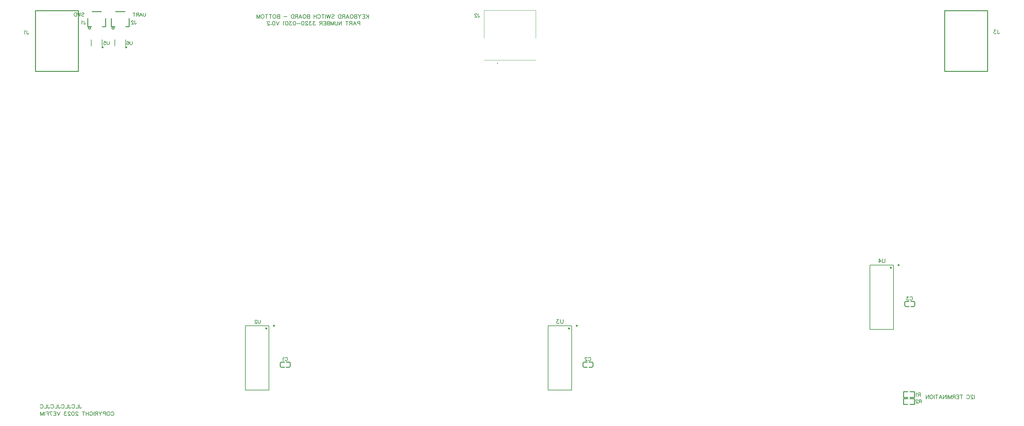
<source format=gbo>
G04 Layer: BottomSilkscreenLayer*
G04 EasyEDA v6.5.34, 2023-08-13 23:18:08*
G04 4af7dcaf46fa4c71bde35255d9dd92c6,5a6b42c53f6a479593ecc07194224c93,10*
G04 Gerber Generator version 0.2*
G04 Scale: 100 percent, Rotated: No, Reflected: No *
G04 Dimensions in millimeters *
G04 leading zeros omitted , absolute positions ,4 integer and 5 decimal *
%FSLAX45Y45*%
%MOMM*%

%ADD10C,0.1520*%
%ADD11C,0.1524*%
%ADD12C,0.1001*%
%ADD13C,0.2540*%
%ADD14C,0.1999*%
%ADD15C,0.3000*%
%ADD16C,0.0174*%

%LPD*%
D10*
X1738744Y407438D02*
G01*
X1738744Y324312D01*
X1743941Y308724D01*
X1749135Y303529D01*
X1759526Y298335D01*
X1769917Y298335D01*
X1780308Y303529D01*
X1785505Y308724D01*
X1790700Y324312D01*
X1790700Y334703D01*
X1704454Y407438D02*
G01*
X1704454Y298335D01*
X1704454Y298335D02*
G01*
X1642110Y298335D01*
X1529887Y381462D02*
G01*
X1535084Y391853D01*
X1545475Y402244D01*
X1555864Y407438D01*
X1576646Y407438D01*
X1587037Y402244D01*
X1597428Y391853D01*
X1602625Y381462D01*
X1607820Y365874D01*
X1607820Y339897D01*
X1602625Y324312D01*
X1597428Y313921D01*
X1587037Y303529D01*
X1576646Y298335D01*
X1555864Y298335D01*
X1545475Y303529D01*
X1535084Y313921D01*
X1529887Y324312D01*
X1443644Y407438D02*
G01*
X1443644Y324312D01*
X1448838Y308724D01*
X1454035Y303529D01*
X1464424Y298335D01*
X1474815Y298335D01*
X1485206Y303529D01*
X1490403Y308724D01*
X1495597Y324312D01*
X1495597Y334703D01*
X1409354Y407438D02*
G01*
X1409354Y298335D01*
X1409354Y298335D02*
G01*
X1347007Y298335D01*
X1234785Y381462D02*
G01*
X1239982Y391853D01*
X1250373Y402244D01*
X1260764Y407438D01*
X1281544Y407438D01*
X1291935Y402244D01*
X1302326Y391853D01*
X1307523Y381462D01*
X1312717Y365874D01*
X1312717Y339897D01*
X1307523Y324312D01*
X1302326Y313921D01*
X1291935Y303529D01*
X1281544Y298335D01*
X1260764Y298335D01*
X1250373Y303529D01*
X1239982Y313921D01*
X1234785Y324312D01*
X1148542Y407438D02*
G01*
X1148542Y324312D01*
X1153736Y308724D01*
X1158933Y303529D01*
X1169324Y298335D01*
X1179715Y298335D01*
X1190104Y303529D01*
X1195301Y308724D01*
X1200495Y324312D01*
X1200495Y334703D01*
X1114252Y407438D02*
G01*
X1114252Y298335D01*
X1114252Y298335D02*
G01*
X1051905Y298335D01*
X939685Y381462D02*
G01*
X944879Y391853D01*
X955271Y402244D01*
X965662Y407438D01*
X986444Y407438D01*
X996835Y402244D01*
X1007224Y391853D01*
X1012421Y381462D01*
X1017615Y365874D01*
X1017615Y339897D01*
X1012421Y324312D01*
X1007224Y313921D01*
X996835Y303529D01*
X986444Y298335D01*
X965662Y298335D01*
X955271Y303529D01*
X944879Y313921D01*
X939685Y324312D01*
X853439Y407438D02*
G01*
X853439Y324312D01*
X858634Y308724D01*
X863831Y303529D01*
X874222Y298335D01*
X884613Y298335D01*
X895004Y303529D01*
X900198Y308724D01*
X905395Y324312D01*
X905395Y334703D01*
X819150Y407438D02*
G01*
X819150Y298335D01*
X819150Y298335D02*
G01*
X756805Y298335D01*
X644583Y381462D02*
G01*
X649777Y391853D01*
X660168Y402244D01*
X670560Y407438D01*
X691342Y407438D01*
X701733Y402244D01*
X712124Y391853D01*
X717318Y381462D01*
X722515Y365874D01*
X722515Y339897D01*
X717318Y324312D01*
X712124Y313921D01*
X701733Y303529D01*
X691342Y298335D01*
X670560Y298335D01*
X660168Y303529D01*
X649777Y313921D01*
X644583Y324312D01*
D11*
X2627167Y178262D02*
G01*
X2632364Y188653D01*
X2642755Y199044D01*
X2653144Y204238D01*
X2673926Y204238D01*
X2684317Y199044D01*
X2694708Y188653D01*
X2699905Y178262D01*
X2705100Y162674D01*
X2705100Y136697D01*
X2699905Y121112D01*
X2694708Y110721D01*
X2684317Y100329D01*
X2673926Y95135D01*
X2653144Y95135D01*
X2642755Y100329D01*
X2632364Y110721D01*
X2627167Y121112D01*
X2561704Y204238D02*
G01*
X2572095Y199044D01*
X2582486Y188653D01*
X2587683Y178262D01*
X2592877Y162674D01*
X2592877Y136697D01*
X2587683Y121112D01*
X2582486Y110721D01*
X2572095Y100329D01*
X2561704Y95135D01*
X2540924Y95135D01*
X2530533Y100329D01*
X2520142Y110721D01*
X2514945Y121112D01*
X2509751Y136697D01*
X2509751Y162674D01*
X2514945Y178262D01*
X2520142Y188653D01*
X2530533Y199044D01*
X2540924Y204238D01*
X2561704Y204238D01*
X2475461Y204238D02*
G01*
X2475461Y95135D01*
X2475461Y204238D02*
G01*
X2428702Y204238D01*
X2413114Y199044D01*
X2407920Y193847D01*
X2402725Y183456D01*
X2402725Y167871D01*
X2407920Y157479D01*
X2413114Y152285D01*
X2428702Y147088D01*
X2475461Y147088D01*
X2368435Y204238D02*
G01*
X2326871Y152285D01*
X2326871Y95135D01*
X2285306Y204238D02*
G01*
X2326871Y152285D01*
X2251016Y204238D02*
G01*
X2251016Y95135D01*
X2251016Y204238D02*
G01*
X2204257Y204238D01*
X2188672Y199044D01*
X2183475Y193847D01*
X2178281Y183456D01*
X2178281Y173065D01*
X2183475Y162674D01*
X2188672Y157479D01*
X2204257Y152285D01*
X2251016Y152285D01*
X2214648Y152285D02*
G01*
X2178281Y95135D01*
X2143991Y204238D02*
G01*
X2143991Y95135D01*
X2031768Y178262D02*
G01*
X2036965Y188653D01*
X2047354Y199044D01*
X2057745Y204238D01*
X2078527Y204238D01*
X2088918Y199044D01*
X2099309Y188653D01*
X2104504Y178262D01*
X2109701Y162674D01*
X2109701Y136697D01*
X2104504Y121112D01*
X2099309Y110721D01*
X2088918Y100329D01*
X2078527Y95135D01*
X2057745Y95135D01*
X2047354Y100329D01*
X2036965Y110721D01*
X2031768Y121112D01*
X2031768Y136697D01*
X2057745Y136697D02*
G01*
X2031768Y136697D01*
X1997478Y204238D02*
G01*
X1997478Y95135D01*
X1924743Y204238D02*
G01*
X1924743Y95135D01*
X1997478Y152285D02*
G01*
X1924743Y152285D01*
X1854085Y204238D02*
G01*
X1854085Y95135D01*
X1890453Y204238D02*
G01*
X1817715Y204238D01*
X1698221Y178262D02*
G01*
X1698221Y183456D01*
X1693024Y193847D01*
X1687829Y199044D01*
X1677438Y204238D01*
X1656656Y204238D01*
X1646265Y199044D01*
X1641071Y193847D01*
X1635874Y183456D01*
X1635874Y173065D01*
X1641071Y162674D01*
X1651462Y147088D01*
X1703415Y95135D01*
X1630679Y95135D01*
X1565216Y204238D02*
G01*
X1580804Y199044D01*
X1591195Y183456D01*
X1596389Y157479D01*
X1596389Y141894D01*
X1591195Y115915D01*
X1580804Y100329D01*
X1565216Y95135D01*
X1554825Y95135D01*
X1539239Y100329D01*
X1528848Y115915D01*
X1523654Y141894D01*
X1523654Y157479D01*
X1528848Y183456D01*
X1539239Y199044D01*
X1554825Y204238D01*
X1565216Y204238D01*
X1484167Y178262D02*
G01*
X1484167Y183456D01*
X1478973Y193847D01*
X1473776Y199044D01*
X1463385Y204238D01*
X1442605Y204238D01*
X1432214Y199044D01*
X1427017Y193847D01*
X1421823Y183456D01*
X1421823Y173065D01*
X1427017Y162674D01*
X1437408Y147088D01*
X1489364Y95135D01*
X1416626Y95135D01*
X1371945Y204238D02*
G01*
X1314795Y204238D01*
X1345968Y162674D01*
X1330383Y162674D01*
X1319992Y157479D01*
X1314795Y152285D01*
X1309601Y136697D01*
X1309601Y126306D01*
X1314795Y110721D01*
X1325186Y100329D01*
X1340774Y95135D01*
X1356360Y95135D01*
X1371945Y100329D01*
X1377142Y105524D01*
X1382336Y115915D01*
X1195301Y204238D02*
G01*
X1153736Y95135D01*
X1112174Y204238D02*
G01*
X1153736Y95135D01*
X1077884Y204238D02*
G01*
X1077884Y95135D01*
X1077884Y204238D02*
G01*
X1010343Y204238D01*
X1077884Y152285D02*
G01*
X1036320Y152285D01*
X1077884Y95135D02*
G01*
X1010343Y95135D01*
X903315Y204238D02*
G01*
X955271Y95135D01*
X976053Y204238D02*
G01*
X903315Y204238D01*
X869025Y204238D02*
G01*
X869025Y95135D01*
X869025Y204238D02*
G01*
X801484Y204238D01*
X869025Y152285D02*
G01*
X827463Y152285D01*
X767194Y204238D02*
G01*
X767194Y95135D01*
X732904Y204238D02*
G01*
X732904Y95135D01*
X732904Y204238D02*
G01*
X691342Y95135D01*
X649777Y204238D02*
G01*
X691342Y95135D01*
X649777Y204238D02*
G01*
X649777Y95135D01*
X9842500Y11342138D02*
G01*
X9842500Y11233035D01*
X9769764Y11342138D02*
G01*
X9842500Y11269403D01*
X9816523Y11295379D02*
G01*
X9769764Y11233035D01*
X9735474Y11342138D02*
G01*
X9735474Y11233035D01*
X9735474Y11342138D02*
G01*
X9667933Y11342138D01*
X9735474Y11290185D02*
G01*
X9693909Y11290185D01*
X9735474Y11233035D02*
G01*
X9667933Y11233035D01*
X9633643Y11342138D02*
G01*
X9592078Y11290185D01*
X9592078Y11233035D01*
X9550514Y11342138D02*
G01*
X9592078Y11290185D01*
X9516224Y11342138D02*
G01*
X9516224Y11233035D01*
X9516224Y11342138D02*
G01*
X9469465Y11342138D01*
X9453879Y11336944D01*
X9448685Y11331747D01*
X9443488Y11321356D01*
X9443488Y11310965D01*
X9448685Y11300574D01*
X9453879Y11295379D01*
X9469465Y11290185D01*
X9516224Y11290185D02*
G01*
X9469465Y11290185D01*
X9453879Y11284988D01*
X9448685Y11279794D01*
X9443488Y11269403D01*
X9443488Y11253815D01*
X9448685Y11243424D01*
X9453879Y11238229D01*
X9469465Y11233035D01*
X9516224Y11233035D01*
X9378025Y11342138D02*
G01*
X9388416Y11336944D01*
X9398807Y11326553D01*
X9404004Y11316162D01*
X9409198Y11300574D01*
X9409198Y11274597D01*
X9404004Y11259012D01*
X9398807Y11248621D01*
X9388416Y11238229D01*
X9378025Y11233035D01*
X9357245Y11233035D01*
X9346854Y11238229D01*
X9336463Y11248621D01*
X9331266Y11259012D01*
X9326072Y11274597D01*
X9326072Y11300574D01*
X9331266Y11316162D01*
X9336463Y11326553D01*
X9346854Y11336944D01*
X9357245Y11342138D01*
X9378025Y11342138D01*
X9250217Y11342138D02*
G01*
X9291782Y11233035D01*
X9250217Y11342138D02*
G01*
X9208655Y11233035D01*
X9276194Y11269403D02*
G01*
X9224241Y11269403D01*
X9174365Y11342138D02*
G01*
X9174365Y11233035D01*
X9174365Y11342138D02*
G01*
X9127604Y11342138D01*
X9112018Y11336944D01*
X9106824Y11331747D01*
X9101627Y11321356D01*
X9101627Y11310965D01*
X9106824Y11300574D01*
X9112018Y11295379D01*
X9127604Y11290185D01*
X9174365Y11290185D01*
X9137995Y11290185D02*
G01*
X9101627Y11233035D01*
X9067337Y11342138D02*
G01*
X9067337Y11233035D01*
X9067337Y11342138D02*
G01*
X9030970Y11342138D01*
X9015384Y11336944D01*
X9004993Y11326553D01*
X8999796Y11316162D01*
X8994602Y11300574D01*
X8994602Y11274597D01*
X8999796Y11259012D01*
X9004993Y11248621D01*
X9015384Y11238229D01*
X9030970Y11233035D01*
X9067337Y11233035D01*
X8807564Y11326553D02*
G01*
X8817955Y11336944D01*
X8833543Y11342138D01*
X8854325Y11342138D01*
X8869911Y11336944D01*
X8880302Y11326553D01*
X8880302Y11316162D01*
X8875105Y11305771D01*
X8869911Y11300574D01*
X8859520Y11295379D01*
X8828346Y11284988D01*
X8817955Y11279794D01*
X8812761Y11274597D01*
X8807564Y11264206D01*
X8807564Y11248621D01*
X8817955Y11238229D01*
X8833543Y11233035D01*
X8854325Y11233035D01*
X8869911Y11238229D01*
X8880302Y11248621D01*
X8773274Y11342138D02*
G01*
X8747297Y11233035D01*
X8721321Y11342138D02*
G01*
X8747297Y11233035D01*
X8721321Y11342138D02*
G01*
X8695344Y11233035D01*
X8669365Y11342138D02*
G01*
X8695344Y11233035D01*
X8635075Y11342138D02*
G01*
X8635075Y11233035D01*
X8564417Y11342138D02*
G01*
X8564417Y11233035D01*
X8600785Y11342138D02*
G01*
X8528050Y11342138D01*
X8415827Y11316162D02*
G01*
X8421024Y11326553D01*
X8431415Y11336944D01*
X8441804Y11342138D01*
X8462586Y11342138D01*
X8472977Y11336944D01*
X8483368Y11326553D01*
X8488565Y11316162D01*
X8493759Y11300574D01*
X8493759Y11274597D01*
X8488565Y11259012D01*
X8483368Y11248621D01*
X8472977Y11238229D01*
X8462586Y11233035D01*
X8441804Y11233035D01*
X8431415Y11238229D01*
X8421024Y11248621D01*
X8415827Y11259012D01*
X8381537Y11342138D02*
G01*
X8381537Y11233035D01*
X8308802Y11342138D02*
G01*
X8308802Y11233035D01*
X8381537Y11290185D02*
G01*
X8308802Y11290185D01*
X8194502Y11342138D02*
G01*
X8194502Y11233035D01*
X8194502Y11342138D02*
G01*
X8147743Y11342138D01*
X8132155Y11336944D01*
X8126961Y11331747D01*
X8121764Y11321356D01*
X8121764Y11310965D01*
X8126961Y11300574D01*
X8132155Y11295379D01*
X8147743Y11290185D01*
X8194502Y11290185D02*
G01*
X8147743Y11290185D01*
X8132155Y11284988D01*
X8126961Y11279794D01*
X8121764Y11269403D01*
X8121764Y11253815D01*
X8126961Y11243424D01*
X8132155Y11238229D01*
X8147743Y11233035D01*
X8194502Y11233035D01*
X8056303Y11342138D02*
G01*
X8066694Y11336944D01*
X8077085Y11326553D01*
X8082279Y11316162D01*
X8087474Y11300574D01*
X8087474Y11274597D01*
X8082279Y11259012D01*
X8077085Y11248621D01*
X8066694Y11238229D01*
X8056303Y11233035D01*
X8035521Y11233035D01*
X8025129Y11238229D01*
X8014738Y11248621D01*
X8009544Y11259012D01*
X8004347Y11274597D01*
X8004347Y11300574D01*
X8009544Y11316162D01*
X8014738Y11326553D01*
X8025129Y11336944D01*
X8035521Y11342138D01*
X8056303Y11342138D01*
X7928495Y11342138D02*
G01*
X7970057Y11233035D01*
X7928495Y11342138D02*
G01*
X7886931Y11233035D01*
X7954472Y11269403D02*
G01*
X7902516Y11269403D01*
X7852641Y11342138D02*
G01*
X7852641Y11233035D01*
X7852641Y11342138D02*
G01*
X7805882Y11342138D01*
X7790294Y11336944D01*
X7785100Y11331747D01*
X7779905Y11321356D01*
X7779905Y11310965D01*
X7785100Y11300574D01*
X7790294Y11295379D01*
X7805882Y11290185D01*
X7852641Y11290185D01*
X7816273Y11290185D02*
G01*
X7779905Y11233035D01*
X7745615Y11342138D02*
G01*
X7745615Y11233035D01*
X7745615Y11342138D02*
G01*
X7709245Y11342138D01*
X7693659Y11336944D01*
X7683268Y11326553D01*
X7678074Y11316162D01*
X7672877Y11300574D01*
X7672877Y11274597D01*
X7678074Y11259012D01*
X7683268Y11248621D01*
X7693659Y11238229D01*
X7709245Y11233035D01*
X7745615Y11233035D01*
X7558577Y11279794D02*
G01*
X7465059Y11279794D01*
X7350759Y11342138D02*
G01*
X7350759Y11233035D01*
X7350759Y11342138D02*
G01*
X7304001Y11342138D01*
X7288415Y11336944D01*
X7283218Y11331747D01*
X7278024Y11321356D01*
X7278024Y11310965D01*
X7283218Y11300574D01*
X7288415Y11295379D01*
X7304001Y11290185D01*
X7350759Y11290185D02*
G01*
X7304001Y11290185D01*
X7288415Y11284988D01*
X7283218Y11279794D01*
X7278024Y11269403D01*
X7278024Y11253815D01*
X7283218Y11243424D01*
X7288415Y11238229D01*
X7304001Y11233035D01*
X7350759Y11233035D01*
X7212561Y11342138D02*
G01*
X7222952Y11336944D01*
X7233343Y11326553D01*
X7238537Y11316162D01*
X7243734Y11300574D01*
X7243734Y11274597D01*
X7238537Y11259012D01*
X7233343Y11248621D01*
X7222952Y11238229D01*
X7212561Y11233035D01*
X7191778Y11233035D01*
X7181387Y11238229D01*
X7170996Y11248621D01*
X7165802Y11259012D01*
X7160605Y11274597D01*
X7160605Y11300574D01*
X7165802Y11316162D01*
X7170996Y11326553D01*
X7181387Y11336944D01*
X7191778Y11342138D01*
X7212561Y11342138D01*
X7089947Y11342138D02*
G01*
X7089947Y11233035D01*
X7126315Y11342138D02*
G01*
X7053579Y11342138D01*
X6982922Y11342138D02*
G01*
X6982922Y11233035D01*
X7019290Y11342138D02*
G01*
X6946554Y11342138D01*
X6881091Y11342138D02*
G01*
X6891482Y11336944D01*
X6901873Y11326553D01*
X6907067Y11316162D01*
X6912264Y11300574D01*
X6912264Y11274597D01*
X6907067Y11259012D01*
X6901873Y11248621D01*
X6891482Y11238229D01*
X6881091Y11233035D01*
X6860308Y11233035D01*
X6849917Y11238229D01*
X6839526Y11248621D01*
X6834332Y11259012D01*
X6829135Y11274597D01*
X6829135Y11300574D01*
X6834332Y11316162D01*
X6839526Y11326553D01*
X6849917Y11336944D01*
X6860308Y11342138D01*
X6881091Y11342138D01*
X6794845Y11342138D02*
G01*
X6794845Y11233035D01*
X6794845Y11342138D02*
G01*
X6753283Y11233035D01*
X6711718Y11342138D02*
G01*
X6753283Y11233035D01*
X6711718Y11342138D02*
G01*
X6711718Y11233035D01*
X9601200Y11151638D02*
G01*
X9601200Y11042535D01*
X9601200Y11151638D02*
G01*
X9554441Y11151638D01*
X9538855Y11146444D01*
X9533658Y11141247D01*
X9528464Y11130856D01*
X9528464Y11115271D01*
X9533658Y11104879D01*
X9538855Y11099685D01*
X9554441Y11094488D01*
X9601200Y11094488D01*
X9452609Y11151638D02*
G01*
X9494174Y11042535D01*
X9452609Y11151638D02*
G01*
X9411045Y11042535D01*
X9478586Y11078903D02*
G01*
X9426633Y11078903D01*
X9376755Y11151638D02*
G01*
X9376755Y11042535D01*
X9376755Y11151638D02*
G01*
X9329996Y11151638D01*
X9314411Y11146444D01*
X9309214Y11141247D01*
X9304020Y11130856D01*
X9304020Y11120465D01*
X9309214Y11110074D01*
X9314411Y11104879D01*
X9329996Y11099685D01*
X9376755Y11099685D01*
X9340387Y11099685D02*
G01*
X9304020Y11042535D01*
X9233362Y11151638D02*
G01*
X9233362Y11042535D01*
X9269729Y11151638D02*
G01*
X9196994Y11151638D01*
X9082694Y11151638D02*
G01*
X9082694Y11042535D01*
X9082694Y11151638D02*
G01*
X9009956Y11042535D01*
X9009956Y11151638D02*
G01*
X9009956Y11042535D01*
X8975666Y11151638D02*
G01*
X8975666Y11073706D01*
X8970472Y11058121D01*
X8960081Y11047729D01*
X8944495Y11042535D01*
X8934104Y11042535D01*
X8918516Y11047729D01*
X8908125Y11058121D01*
X8902931Y11073706D01*
X8902931Y11151638D01*
X8868641Y11151638D02*
G01*
X8868641Y11042535D01*
X8868641Y11151638D02*
G01*
X8827076Y11042535D01*
X8785514Y11151638D02*
G01*
X8827076Y11042535D01*
X8785514Y11151638D02*
G01*
X8785514Y11042535D01*
X8751224Y11151638D02*
G01*
X8751224Y11042535D01*
X8751224Y11151638D02*
G01*
X8704465Y11151638D01*
X8688877Y11146444D01*
X8683683Y11141247D01*
X8678486Y11130856D01*
X8678486Y11120465D01*
X8683683Y11110074D01*
X8688877Y11104879D01*
X8704465Y11099685D01*
X8751224Y11099685D02*
G01*
X8704465Y11099685D01*
X8688877Y11094488D01*
X8683683Y11089294D01*
X8678486Y11078903D01*
X8678486Y11063315D01*
X8683683Y11052924D01*
X8688877Y11047729D01*
X8704465Y11042535D01*
X8751224Y11042535D01*
X8644196Y11151638D02*
G01*
X8644196Y11042535D01*
X8644196Y11151638D02*
G01*
X8576655Y11151638D01*
X8644196Y11099685D02*
G01*
X8602634Y11099685D01*
X8644196Y11042535D02*
G01*
X8576655Y11042535D01*
X8542365Y11151638D02*
G01*
X8542365Y11042535D01*
X8542365Y11151638D02*
G01*
X8495606Y11151638D01*
X8480021Y11146444D01*
X8474824Y11141247D01*
X8469629Y11130856D01*
X8469629Y11120465D01*
X8474824Y11110074D01*
X8480021Y11104879D01*
X8495606Y11099685D01*
X8542365Y11099685D01*
X8505997Y11099685D02*
G01*
X8469629Y11042535D01*
X8344938Y11151638D02*
G01*
X8287788Y11151638D01*
X8318962Y11110074D01*
X8303374Y11110074D01*
X8292985Y11104879D01*
X8287788Y11099685D01*
X8282594Y11084097D01*
X8282594Y11073706D01*
X8287788Y11058121D01*
X8298179Y11047729D01*
X8313765Y11042535D01*
X8329353Y11042535D01*
X8344938Y11047729D01*
X8350135Y11052924D01*
X8355329Y11063315D01*
X8237913Y11151638D02*
G01*
X8180763Y11151638D01*
X8211934Y11110074D01*
X8196348Y11110074D01*
X8185957Y11104879D01*
X8180763Y11099685D01*
X8175566Y11084097D01*
X8175566Y11073706D01*
X8180763Y11058121D01*
X8191154Y11047729D01*
X8206740Y11042535D01*
X8222325Y11042535D01*
X8237913Y11047729D01*
X8243107Y11052924D01*
X8248304Y11063315D01*
X8136082Y11125662D02*
G01*
X8136082Y11130856D01*
X8130885Y11141247D01*
X8125691Y11146444D01*
X8115300Y11151638D01*
X8094517Y11151638D01*
X8084126Y11146444D01*
X8078932Y11141247D01*
X8073735Y11130856D01*
X8073735Y11120465D01*
X8078932Y11110074D01*
X8089323Y11094488D01*
X8141276Y11042535D01*
X8068541Y11042535D01*
X8003077Y11151638D02*
G01*
X8018665Y11146444D01*
X8029054Y11130856D01*
X8034251Y11104879D01*
X8034251Y11089294D01*
X8029054Y11063315D01*
X8018665Y11047729D01*
X8003077Y11042535D01*
X7992686Y11042535D01*
X7977101Y11047729D01*
X7966709Y11063315D01*
X7961515Y11089294D01*
X7961515Y11104879D01*
X7966709Y11130856D01*
X7977101Y11146444D01*
X7992686Y11151638D01*
X8003077Y11151638D01*
X7927225Y11089294D02*
G01*
X7833705Y11089294D01*
X7768244Y11151638D02*
G01*
X7783829Y11146444D01*
X7794221Y11130856D01*
X7799415Y11104879D01*
X7799415Y11089294D01*
X7794221Y11063315D01*
X7783829Y11047729D01*
X7768244Y11042535D01*
X7757853Y11042535D01*
X7742265Y11047729D01*
X7731874Y11063315D01*
X7726679Y11089294D01*
X7726679Y11104879D01*
X7731874Y11130856D01*
X7742265Y11146444D01*
X7757853Y11151638D01*
X7768244Y11151638D01*
X7681998Y11151638D02*
G01*
X7624848Y11151638D01*
X7656022Y11110074D01*
X7640434Y11110074D01*
X7630045Y11104879D01*
X7624848Y11099685D01*
X7619654Y11084097D01*
X7619654Y11073706D01*
X7624848Y11058121D01*
X7635240Y11047729D01*
X7650825Y11042535D01*
X7666413Y11042535D01*
X7681998Y11047729D01*
X7687195Y11052924D01*
X7692390Y11063315D01*
X7554191Y11151638D02*
G01*
X7569776Y11146444D01*
X7580167Y11130856D01*
X7585364Y11104879D01*
X7585364Y11089294D01*
X7580167Y11063315D01*
X7569776Y11047729D01*
X7554191Y11042535D01*
X7543800Y11042535D01*
X7528214Y11047729D01*
X7517823Y11063315D01*
X7512626Y11089294D01*
X7512626Y11104879D01*
X7517823Y11130856D01*
X7528214Y11146444D01*
X7543800Y11151638D01*
X7554191Y11151638D01*
X7478336Y11130856D02*
G01*
X7467945Y11136053D01*
X7452359Y11151638D01*
X7452359Y11042535D01*
X7338059Y11151638D02*
G01*
X7296495Y11042535D01*
X7254933Y11151638D02*
G01*
X7296495Y11042535D01*
X7189470Y11151638D02*
G01*
X7205055Y11146444D01*
X7215446Y11130856D01*
X7220643Y11104879D01*
X7220643Y11089294D01*
X7215446Y11063315D01*
X7205055Y11047729D01*
X7189470Y11042535D01*
X7179078Y11042535D01*
X7163493Y11047729D01*
X7153102Y11063315D01*
X7147905Y11089294D01*
X7147905Y11104879D01*
X7153102Y11130856D01*
X7163493Y11146444D01*
X7179078Y11151638D01*
X7189470Y11151638D01*
X7108421Y11068512D02*
G01*
X7113615Y11063315D01*
X7108421Y11058121D01*
X7103224Y11063315D01*
X7108421Y11068512D01*
X7063740Y11125662D02*
G01*
X7063740Y11130856D01*
X7058545Y11141247D01*
X7053348Y11146444D01*
X7042957Y11151638D01*
X7022175Y11151638D01*
X7011784Y11146444D01*
X7006590Y11141247D01*
X7001395Y11130856D01*
X7001395Y11120465D01*
X7006590Y11110074D01*
X7016981Y11094488D01*
X7068934Y11042535D01*
X6996198Y11042535D01*
X1803262Y11377571D02*
G01*
X1812353Y11386662D01*
X1825990Y11391209D01*
X1844172Y11391209D01*
X1857809Y11386662D01*
X1866900Y11377571D01*
X1866900Y11368481D01*
X1862353Y11359390D01*
X1857809Y11354846D01*
X1848718Y11350299D01*
X1821446Y11341209D01*
X1812353Y11336662D01*
X1807809Y11332118D01*
X1803262Y11323027D01*
X1803262Y11309390D01*
X1812353Y11300299D01*
X1825990Y11295753D01*
X1844172Y11295753D01*
X1857809Y11300299D01*
X1866900Y11309390D01*
X1773262Y11391209D02*
G01*
X1750537Y11295753D01*
X1727809Y11391209D02*
G01*
X1750537Y11295753D01*
X1727809Y11391209D02*
G01*
X1705081Y11295753D01*
X1682353Y11391209D02*
G01*
X1705081Y11295753D01*
X1652353Y11391209D02*
G01*
X1652353Y11295753D01*
X1652353Y11391209D02*
G01*
X1620535Y11391209D01*
X1606900Y11386662D01*
X1597809Y11377571D01*
X1593263Y11368481D01*
X1588719Y11354846D01*
X1588719Y11332118D01*
X1593263Y11318481D01*
X1597809Y11309390D01*
X1606900Y11300299D01*
X1620535Y11295753D01*
X1652353Y11295753D01*
X3593084Y11387366D02*
G01*
X3593084Y11319184D01*
X3588537Y11305547D01*
X3579446Y11296456D01*
X3565812Y11291910D01*
X3556721Y11291910D01*
X3543084Y11296456D01*
X3533993Y11305547D01*
X3529446Y11319184D01*
X3529446Y11387366D01*
X3463084Y11387366D02*
G01*
X3499446Y11291910D01*
X3463084Y11387366D02*
G01*
X3426721Y11291910D01*
X3485812Y11323728D02*
G01*
X3440356Y11323728D01*
X3396721Y11387366D02*
G01*
X3396721Y11291910D01*
X3396721Y11387366D02*
G01*
X3355812Y11387366D01*
X3342175Y11382819D01*
X3337631Y11378275D01*
X3333084Y11369184D01*
X3333084Y11360094D01*
X3337631Y11351003D01*
X3342175Y11346456D01*
X3355812Y11341910D01*
X3396721Y11341910D01*
X3364903Y11341910D02*
G01*
X3333084Y11291910D01*
X3271265Y11387366D02*
G01*
X3271265Y11291910D01*
X3303084Y11387366D02*
G01*
X3239447Y11387366D01*
X26822400Y674138D02*
G01*
X26822400Y565035D01*
X26782915Y648162D02*
G01*
X26782915Y653356D01*
X26777718Y663747D01*
X26772524Y668944D01*
X26762133Y674138D01*
X26741351Y674138D01*
X26730959Y668944D01*
X26725765Y663747D01*
X26720568Y653356D01*
X26720568Y642965D01*
X26725765Y632574D01*
X26736154Y616988D01*
X26788109Y565035D01*
X26715374Y565035D01*
X26603152Y648162D02*
G01*
X26608346Y658553D01*
X26618737Y668944D01*
X26629128Y674138D01*
X26649911Y674138D01*
X26660302Y668944D01*
X26670693Y658553D01*
X26675887Y648162D01*
X26681084Y632574D01*
X26681084Y606597D01*
X26675887Y591012D01*
X26670693Y580621D01*
X26660302Y570229D01*
X26649911Y565035D01*
X26629128Y565035D01*
X26618737Y570229D01*
X26608346Y580621D01*
X26603152Y591012D01*
X26452484Y674138D02*
G01*
X26452484Y565035D01*
X26488852Y674138D02*
G01*
X26416114Y674138D01*
X26381824Y674138D02*
G01*
X26381824Y565035D01*
X26381824Y674138D02*
G01*
X26314285Y674138D01*
X26381824Y622185D02*
G01*
X26340262Y622185D01*
X26381824Y565035D02*
G01*
X26314285Y565035D01*
X26279995Y674138D02*
G01*
X26279995Y565035D01*
X26279995Y674138D02*
G01*
X26233234Y674138D01*
X26217648Y668944D01*
X26212454Y663747D01*
X26207257Y653356D01*
X26207257Y642965D01*
X26212454Y632574D01*
X26217648Y627379D01*
X26233234Y622185D01*
X26279995Y622185D01*
X26243625Y622185D02*
G01*
X26207257Y565035D01*
X26172967Y674138D02*
G01*
X26172967Y565035D01*
X26172967Y674138D02*
G01*
X26131405Y565035D01*
X26089841Y674138D02*
G01*
X26131405Y565035D01*
X26089841Y674138D02*
G01*
X26089841Y565035D01*
X26055551Y674138D02*
G01*
X26055551Y565035D01*
X26021261Y674138D02*
G01*
X26021261Y565035D01*
X26021261Y674138D02*
G01*
X25948525Y565035D01*
X25948525Y674138D02*
G01*
X25948525Y565035D01*
X25872671Y674138D02*
G01*
X25914235Y565035D01*
X25872671Y674138D02*
G01*
X25831106Y565035D01*
X25898647Y601403D02*
G01*
X25846694Y601403D01*
X25760448Y674138D02*
G01*
X25760448Y565035D01*
X25796816Y674138D02*
G01*
X25724081Y674138D01*
X25689791Y674138D02*
G01*
X25689791Y565035D01*
X25624327Y674138D02*
G01*
X25634718Y668944D01*
X25645109Y658553D01*
X25650304Y648162D01*
X25655501Y632574D01*
X25655501Y606597D01*
X25650304Y591012D01*
X25645109Y580621D01*
X25634718Y570229D01*
X25624327Y565035D01*
X25603545Y565035D01*
X25593154Y570229D01*
X25582765Y580621D01*
X25577568Y591012D01*
X25572374Y606597D01*
X25572374Y632574D01*
X25577568Y648162D01*
X25582765Y658553D01*
X25593154Y668944D01*
X25603545Y674138D01*
X25624327Y674138D01*
X25538084Y674138D02*
G01*
X25538084Y565035D01*
X25538084Y674138D02*
G01*
X25465346Y565035D01*
X25465346Y674138D02*
G01*
X25465346Y565035D01*
X12908546Y11365809D02*
G01*
X12908546Y11293081D01*
X12913090Y11279446D01*
X12917637Y11274899D01*
X12926728Y11270353D01*
X12935818Y11270353D01*
X12944909Y11274899D01*
X12949453Y11279446D01*
X12954000Y11293081D01*
X12954000Y11302171D01*
X12874000Y11343081D02*
G01*
X12874000Y11347627D01*
X12869453Y11356718D01*
X12864909Y11361262D01*
X12855818Y11365809D01*
X12837637Y11365809D01*
X12828546Y11361262D01*
X12824000Y11356718D01*
X12819453Y11347627D01*
X12819453Y11338537D01*
X12824000Y11329446D01*
X12833090Y11315809D01*
X12878546Y11270353D01*
X12814909Y11270353D01*
X7501018Y1703781D02*
G01*
X7505562Y1712871D01*
X7514653Y1721962D01*
X7523746Y1726509D01*
X7541928Y1726509D01*
X7551018Y1721962D01*
X7560109Y1712871D01*
X7564653Y1703781D01*
X7569200Y1690146D01*
X7569200Y1667418D01*
X7564653Y1653781D01*
X7560109Y1644690D01*
X7551018Y1635599D01*
X7541928Y1631053D01*
X7523746Y1631053D01*
X7514653Y1635599D01*
X7505562Y1644690D01*
X7501018Y1653781D01*
X7471018Y1708327D02*
G01*
X7461928Y1712871D01*
X7448290Y1726509D01*
X7448290Y1631053D01*
X15997318Y1703781D02*
G01*
X16001862Y1712871D01*
X16010953Y1721962D01*
X16020046Y1726509D01*
X16038228Y1726509D01*
X16047318Y1721962D01*
X16056409Y1712871D01*
X16060953Y1703781D01*
X16065500Y1690146D01*
X16065500Y1667418D01*
X16060953Y1653781D01*
X16056409Y1644690D01*
X16047318Y1635599D01*
X16038228Y1631053D01*
X16020046Y1631053D01*
X16010953Y1635599D01*
X16001862Y1644690D01*
X15997318Y1653781D01*
X15962772Y1703781D02*
G01*
X15962772Y1708327D01*
X15958228Y1717418D01*
X15953681Y1721962D01*
X15944590Y1726509D01*
X15926409Y1726509D01*
X15917318Y1721962D01*
X15912772Y1717418D01*
X15908228Y1708327D01*
X15908228Y1699237D01*
X15912772Y1690146D01*
X15921863Y1676509D01*
X15967318Y1631053D01*
X15903681Y1631053D01*
X25014318Y3405581D02*
G01*
X25018862Y3414671D01*
X25027953Y3423762D01*
X25037046Y3428309D01*
X25055228Y3428309D01*
X25064318Y3423762D01*
X25073409Y3414671D01*
X25077953Y3405581D01*
X25082500Y3391946D01*
X25082500Y3369218D01*
X25077953Y3355581D01*
X25073409Y3346490D01*
X25064318Y3337399D01*
X25055228Y3332853D01*
X25037046Y3332853D01*
X25027953Y3337399D01*
X25018862Y3346490D01*
X25014318Y3355581D01*
X24975228Y3428309D02*
G01*
X24925228Y3428309D01*
X24952500Y3391946D01*
X24938863Y3391946D01*
X24929772Y3387399D01*
X24925228Y3382853D01*
X24920681Y3369218D01*
X24920681Y3360127D01*
X24925228Y3346490D01*
X24934318Y3337399D01*
X24947953Y3332853D01*
X24961590Y3332853D01*
X24975228Y3337399D01*
X24979772Y3341946D01*
X24984318Y3351037D01*
X25328676Y540633D02*
G01*
X25328676Y445178D01*
X25328676Y540633D02*
G01*
X25287767Y540633D01*
X25274130Y536087D01*
X25269586Y531543D01*
X25265039Y522452D01*
X25265039Y513361D01*
X25269586Y504271D01*
X25274130Y499724D01*
X25287767Y495178D01*
X25328676Y495178D01*
X25296858Y495178D02*
G01*
X25265039Y445178D01*
X25230495Y517905D02*
G01*
X25230495Y522452D01*
X25225949Y531543D01*
X25221404Y536087D01*
X25212314Y540633D01*
X25194130Y540633D01*
X25185039Y536087D01*
X25180495Y531543D01*
X25175949Y522452D01*
X25175949Y513361D01*
X25180495Y504271D01*
X25189586Y490634D01*
X25235039Y445178D01*
X25171405Y445178D01*
X25300482Y731133D02*
G01*
X25300482Y635678D01*
X25300482Y731133D02*
G01*
X25259573Y731133D01*
X25245936Y726587D01*
X25241392Y722043D01*
X25236845Y712952D01*
X25236845Y703861D01*
X25241392Y694771D01*
X25245936Y690224D01*
X25259573Y685678D01*
X25300482Y685678D01*
X25268664Y685678D02*
G01*
X25236845Y635678D01*
X25206845Y712952D02*
G01*
X25197755Y717496D01*
X25184120Y731133D01*
X25184120Y635678D01*
X24309781Y4489574D02*
G01*
X24309781Y4411642D01*
X24304586Y4396056D01*
X24294195Y4385665D01*
X24278607Y4380471D01*
X24268216Y4380471D01*
X24252631Y4385665D01*
X24242240Y4396056D01*
X24237045Y4411642D01*
X24237045Y4489574D01*
X24150800Y4489574D02*
G01*
X24202755Y4416839D01*
X24124823Y4416839D01*
X24150800Y4489574D02*
G01*
X24150800Y4380471D01*
X3221248Y10591139D02*
G01*
X3221248Y10522958D01*
X3216701Y10509321D01*
X3207611Y10500230D01*
X3193976Y10495683D01*
X3184885Y10495683D01*
X3171248Y10500230D01*
X3162157Y10509321D01*
X3157611Y10522958D01*
X3157611Y10591139D01*
X3073067Y10577502D02*
G01*
X3077611Y10586593D01*
X3091248Y10591139D01*
X3100339Y10591139D01*
X3113976Y10586593D01*
X3123067Y10572958D01*
X3127611Y10550230D01*
X3127611Y10527502D01*
X3123067Y10509321D01*
X3113976Y10500230D01*
X3100339Y10495683D01*
X3095795Y10495683D01*
X3082157Y10500230D01*
X3073067Y10509321D01*
X3068520Y10522958D01*
X3068520Y10527502D01*
X3073067Y10541139D01*
X3082157Y10550230D01*
X3095795Y10554776D01*
X3100339Y10554776D01*
X3113976Y10550230D01*
X3123067Y10541139D01*
X3127611Y10527502D01*
X2575900Y10593410D02*
G01*
X2575900Y10525229D01*
X2571353Y10511591D01*
X2562263Y10502501D01*
X2548628Y10497954D01*
X2539537Y10497954D01*
X2525900Y10502501D01*
X2516809Y10511591D01*
X2512263Y10525229D01*
X2512263Y10593410D01*
X2427719Y10593410D02*
G01*
X2473172Y10593410D01*
X2477719Y10552501D01*
X2473172Y10557047D01*
X2459537Y10561591D01*
X2445900Y10561591D01*
X2432263Y10557047D01*
X2423172Y10547954D01*
X2418628Y10534319D01*
X2418628Y10525229D01*
X2423172Y10511591D01*
X2432263Y10502501D01*
X2445900Y10497954D01*
X2459537Y10497954D01*
X2473172Y10502501D01*
X2477719Y10507047D01*
X2482263Y10516138D01*
X3287570Y11169685D02*
G01*
X3287570Y11096957D01*
X3292114Y11083323D01*
X3296660Y11078776D01*
X3305751Y11074229D01*
X3314842Y11074229D01*
X3323932Y11078776D01*
X3328476Y11083323D01*
X3333023Y11096957D01*
X3333023Y11106048D01*
X3253023Y11146957D02*
G01*
X3253023Y11151504D01*
X3248477Y11160594D01*
X3243933Y11165138D01*
X3234842Y11169685D01*
X3216661Y11169685D01*
X3207570Y11165138D01*
X3203023Y11160594D01*
X3198477Y11151504D01*
X3198477Y11142413D01*
X3203023Y11133322D01*
X3212114Y11119685D01*
X3257570Y11074229D01*
X3193933Y11074229D01*
X1864560Y11164910D02*
G01*
X1864560Y11092182D01*
X1869104Y11078547D01*
X1873651Y11074001D01*
X1882741Y11069454D01*
X1891832Y11069454D01*
X1900923Y11074001D01*
X1905467Y11078547D01*
X1910013Y11092182D01*
X1910013Y11101273D01*
X1834560Y11146729D02*
G01*
X1825467Y11151273D01*
X1811832Y11164910D01*
X1811832Y11069454D01*
X6809181Y2773344D02*
G01*
X6809181Y2705163D01*
X6804634Y2691526D01*
X6795543Y2682435D01*
X6781909Y2677888D01*
X6772818Y2677888D01*
X6759181Y2682435D01*
X6750090Y2691526D01*
X6745544Y2705163D01*
X6745544Y2773344D01*
X6711000Y2750616D02*
G01*
X6711000Y2755163D01*
X6706453Y2764254D01*
X6701909Y2768798D01*
X6692818Y2773344D01*
X6674634Y2773344D01*
X6665544Y2768798D01*
X6661000Y2764254D01*
X6656453Y2755163D01*
X6656453Y2746072D01*
X6661000Y2736982D01*
X6670090Y2723344D01*
X6715544Y2677888D01*
X6651909Y2677888D01*
X15292781Y2787774D02*
G01*
X15292781Y2709842D01*
X15287586Y2694256D01*
X15277195Y2683865D01*
X15261607Y2678671D01*
X15251216Y2678671D01*
X15235631Y2683865D01*
X15225240Y2694256D01*
X15220045Y2709842D01*
X15220045Y2787774D01*
X15175364Y2787774D02*
G01*
X15118214Y2787774D01*
X15149385Y2746209D01*
X15133800Y2746209D01*
X15123408Y2741015D01*
X15118214Y2735821D01*
X15113017Y2720233D01*
X15113017Y2709842D01*
X15118214Y2694256D01*
X15128605Y2683865D01*
X15144191Y2678671D01*
X15159776Y2678671D01*
X15175364Y2683865D01*
X15180558Y2689059D01*
X15185755Y2699451D01*
X265544Y10897638D02*
G01*
X265544Y10814512D01*
X270741Y10798924D01*
X275935Y10793729D01*
X286326Y10788535D01*
X296717Y10788535D01*
X307108Y10793729D01*
X312305Y10798924D01*
X317500Y10814512D01*
X317500Y10824903D01*
X231254Y10876856D02*
G01*
X220865Y10882053D01*
X205277Y10897638D01*
X205277Y10788535D01*
X27468944Y10910338D02*
G01*
X27468944Y10827212D01*
X27474141Y10811624D01*
X27479335Y10806429D01*
X27489726Y10801235D01*
X27500117Y10801235D01*
X27510508Y10806429D01*
X27515705Y10811624D01*
X27520900Y10827212D01*
X27520900Y10837603D01*
X27424265Y10910338D02*
G01*
X27367115Y10910338D01*
X27398286Y10868774D01*
X27382701Y10868774D01*
X27372309Y10863579D01*
X27367115Y10858385D01*
X27361918Y10842797D01*
X27361918Y10832406D01*
X27367115Y10816821D01*
X27377504Y10806429D01*
X27393092Y10801235D01*
X27408677Y10801235D01*
X27424265Y10806429D01*
X27429459Y10811624D01*
X27434654Y10822015D01*
D12*
X13074294Y10684992D02*
G01*
X13074294Y11460987D01*
X14524304Y11460987D01*
X14524304Y10684992D01*
X13074294Y10060990D02*
G01*
X14524304Y10060990D01*
D13*
X7366698Y1563977D02*
G01*
X7366698Y1483974D01*
X7477673Y1594962D02*
G01*
X7397676Y1594962D01*
X7477673Y1452996D02*
G01*
X7397676Y1452996D01*
X7535263Y1595544D02*
G01*
X7615262Y1595544D01*
X7646245Y1564561D02*
G01*
X7646245Y1484563D01*
X7535263Y1453583D02*
G01*
X7615262Y1453583D01*
X15850298Y1563977D02*
G01*
X15850298Y1483974D01*
X15961273Y1594962D02*
G01*
X15881276Y1594962D01*
X15961273Y1452996D02*
G01*
X15881276Y1452996D01*
X16018863Y1595544D02*
G01*
X16098862Y1595544D01*
X16129845Y1564561D02*
G01*
X16129845Y1484563D01*
X16018863Y1453583D02*
G01*
X16098862Y1453583D01*
X24867298Y3265777D02*
G01*
X24867298Y3185774D01*
X24978273Y3296762D02*
G01*
X24898276Y3296762D01*
X24978273Y3154796D02*
G01*
X24898276Y3154796D01*
X25035863Y3297344D02*
G01*
X25115862Y3297344D01*
X25146845Y3266361D02*
G01*
X25146845Y3186363D01*
X25035863Y3155383D02*
G01*
X25115862Y3155383D01*
X25135961Y414787D02*
G01*
X25135961Y574791D01*
X24825904Y415297D02*
G01*
X24825904Y575302D01*
X25010965Y574791D02*
G01*
X25135961Y574791D01*
X25010965Y414787D02*
G01*
X25135961Y414787D01*
X24950907Y575302D02*
G01*
X24825904Y575302D01*
X24950907Y415297D02*
G01*
X24825904Y415297D01*
X25135961Y605287D02*
G01*
X25135961Y765291D01*
X24825904Y605797D02*
G01*
X24825904Y765802D01*
X25010965Y765291D02*
G01*
X25135961Y765291D01*
X25010965Y605287D02*
G01*
X25135961Y605287D01*
X24950907Y765802D02*
G01*
X24825904Y765802D01*
X24950907Y605797D02*
G01*
X24825904Y605797D01*
D11*
X24551040Y4318919D02*
G01*
X23886759Y4318919D01*
X23886759Y2513680D01*
X24551040Y2513680D01*
X24551040Y4318919D01*
X2728981Y10464779D02*
G01*
X2728981Y10642620D01*
X3036818Y10464779D02*
G01*
X3036818Y10642620D01*
X2068581Y10464779D02*
G01*
X2068581Y10642620D01*
X2376418Y10464779D02*
G01*
X2376418Y10642620D01*
D13*
X2632897Y11002048D02*
G01*
X2729786Y11002048D01*
X3036013Y11002048D02*
G01*
X3132891Y11002048D01*
X3132891Y11002048D02*
G01*
X3132891Y11233934D01*
X2645923Y11002048D02*
G01*
X2632897Y11002048D01*
X2632897Y11002048D02*
G01*
X2632897Y11233934D01*
X2751015Y11427045D02*
G01*
X3014786Y11427045D01*
X1972497Y11002048D02*
G01*
X2069386Y11002048D01*
X2375613Y11002048D02*
G01*
X2472491Y11002048D01*
X2472491Y11002048D02*
G01*
X2472491Y11233934D01*
X1985523Y11002048D02*
G01*
X1972497Y11002048D01*
X1972497Y11002048D02*
G01*
X1972497Y11233934D01*
X2090615Y11427045D02*
G01*
X2354386Y11427045D01*
D11*
X7050440Y2617119D02*
G01*
X6386159Y2617119D01*
X6386159Y811880D01*
X7050440Y811880D01*
X7050440Y2617119D01*
X15534040Y2617119D02*
G01*
X14869759Y2617119D01*
X14869759Y811880D01*
X15534040Y811880D01*
X15534040Y2617119D01*
D13*
X504901Y9749904D02*
G01*
X1704898Y9749904D01*
X1704898Y11449900D01*
X504901Y11449900D01*
X504901Y9749904D01*
X25981101Y9749904D02*
G01*
X27181098Y9749904D01*
X27181098Y11449900D01*
X25981101Y11449900D01*
X25981101Y9749904D01*
D14*
G75*
G01*
X13456310Y9981006D02*
G02*
X13456310Y9960991I0J-10007D01*
G75*
G01*
X13456310Y9960991D02*
G02*
X13456310Y9981006I0J10008D01*
D13*
G75*
G01*
X7646251Y1564561D02*
G03*
X7615268Y1595544I-30983J0D01*
G75*
G01*
X7615268Y1453578D02*
G03*
X7646251Y1484564I0J30983D01*
G75*
G01*
X7397681Y1594963D02*
G03*
X7366699Y1563977I0J-30983D01*
G75*
G01*
X7366699Y1483980D02*
G03*
X7397681Y1452997I30982J0D01*
G75*
G01*
X16129851Y1564561D02*
G03*
X16098868Y1595544I-30983J0D01*
G75*
G01*
X16098868Y1453578D02*
G03*
X16129851Y1484564I0J30983D01*
G75*
G01*
X15881281Y1594963D02*
G03*
X15850299Y1563977I0J-30983D01*
G75*
G01*
X15850299Y1483980D02*
G03*
X15881281Y1452997I30982J0D01*
G75*
G01*
X25146851Y3266361D02*
G03*
X25115868Y3297344I-30983J0D01*
G75*
G01*
X25115868Y3155378D02*
G03*
X25146851Y3186364I0J30983D01*
G75*
G01*
X24898281Y3296763D02*
G03*
X24867299Y3265777I0J-30983D01*
G75*
G01*
X24867299Y3185780D02*
G03*
X24898281Y3154797I30982J0D01*
D15*
G75*
G01
X24490807Y4241800D02*
G03X24490807Y4241800I-15011J0D01*
G75*
G01
X24708307Y4315739D02*
G03X24708307Y4315739I-15011J0D01*
G75*
G01
X3064739Y10423550D02*
G03X3064739Y10423550I-15011J0D01*
G75*
G01
X2404339Y10423550D02*
G03X2404339Y10423550I-15011J0D01*
D13*
G75*
G01
X2714549Y10963300D02*
G03X2714549Y10963300I-31623J0D01*
G75*
G01
X2054149Y10963300D02*
G03X2054149Y10963300I-31623J0D01*
D15*
G75*
G01
X6990207Y2540000D02*
G03X6990207Y2540000I-15011J0D01*
G75*
G01
X7207707Y2613939D02*
G03X7207707Y2613939I-15011J0D01*
G75*
G01
X15473807Y2540000D02*
G03X15473807Y2540000I-15011J0D01*
G75*
G01
X15691307Y2613939D02*
G03X15691307Y2613939I-15011J0D01*
M02*

</source>
